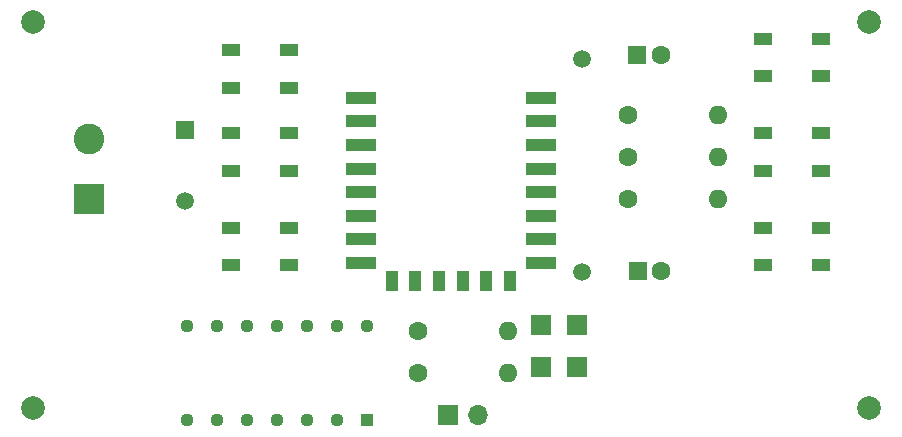
<source format=gbr>
%TF.GenerationSoftware,KiCad,Pcbnew,(6.0.0)*%
%TF.CreationDate,2022-04-27T16:55:33-04:00*%
%TF.ProjectId,ESP12SmallNightLight,45535031-3253-46d6-916c-6c4e69676874,rev?*%
%TF.SameCoordinates,Original*%
%TF.FileFunction,Soldermask,Bot*%
%TF.FilePolarity,Negative*%
%FSLAX46Y46*%
G04 Gerber Fmt 4.6, Leading zero omitted, Abs format (unit mm)*
G04 Created by KiCad (PCBNEW (6.0.0)) date 2022-04-27 16:55:33*
%MOMM*%
%LPD*%
G01*
G04 APERTURE LIST*
%ADD10C,2.000000*%
%ADD11C,1.600000*%
%ADD12O,1.600000X1.600000*%
%ADD13R,1.500000X1.500000*%
%ADD14C,1.500000*%
%ADD15R,1.600000X1.600000*%
%ADD16R,1.700000X1.700000*%
%ADD17O,1.700000X1.700000*%
%ADD18R,2.600000X2.600000*%
%ADD19C,2.600000*%
%ADD20R,1.130000X1.130000*%
%ADD21C,1.130000*%
%ADD22R,2.500000X1.000000*%
%ADD23R,1.000000X1.800000*%
%ADD24R,1.500000X1.000000*%
G04 APERTURE END LIST*
D10*
%TO.C,REF\u002A\u002A*%
X68780000Y-79700000D03*
%TD*%
D11*
%TO.C,R2*%
X101346000Y-73152000D03*
D12*
X108966000Y-73152000D03*
%TD*%
D11*
%TO.C,R3*%
X119126000Y-61976000D03*
D12*
X126746000Y-61976000D03*
%TD*%
D10*
%TO.C,REF\u002A\u002A*%
X68780000Y-47000000D03*
%TD*%
D11*
%TO.C,R1*%
X101346000Y-76708000D03*
D12*
X108966000Y-76708000D03*
%TD*%
D13*
%TO.C,PS1*%
X81609225Y-56124000D03*
D14*
X81609225Y-62124000D03*
X115209225Y-50124000D03*
X115209225Y-68124000D03*
%TD*%
D15*
%TO.C,C1*%
X119948888Y-68072000D03*
D11*
X121948888Y-68072000D03*
%TD*%
D15*
%TO.C,C2*%
X119888000Y-49784000D03*
D11*
X121888000Y-49784000D03*
%TD*%
D16*
%TO.C,J5*%
X103881000Y-80264000D03*
D17*
X106421000Y-80264000D03*
%TD*%
D11*
%TO.C,R5*%
X119126000Y-58420000D03*
D12*
X126746000Y-58420000D03*
%TD*%
D18*
%TO.C,J1*%
X73457000Y-61981000D03*
D19*
X73457000Y-56901000D03*
%TD*%
D10*
%TO.C,REF\u002A\u002A*%
X139500000Y-79700000D03*
%TD*%
D11*
%TO.C,R4*%
X119126000Y-54864000D03*
D12*
X126746000Y-54864000D03*
%TD*%
D10*
%TO.C,REF\u002A\u002A*%
X139500000Y-47000000D03*
%TD*%
D16*
%TO.C,J6*%
X111760000Y-72644000D03*
%TD*%
D20*
%TO.C,IC1*%
X97028000Y-80678000D03*
D21*
X94488000Y-80678000D03*
X91948000Y-80678000D03*
X89408000Y-80678000D03*
X86868000Y-80678000D03*
X84328000Y-80678000D03*
X81788000Y-80678000D03*
X81788000Y-72738000D03*
X84328000Y-72738000D03*
X86868000Y-72738000D03*
X89408000Y-72738000D03*
X91948000Y-72738000D03*
X94488000Y-72738000D03*
X97028000Y-72738000D03*
%TD*%
D22*
%TO.C,U1*%
X111740000Y-53396000D03*
X111740000Y-55396000D03*
X111740000Y-57396000D03*
X111740000Y-59396000D03*
X111740000Y-61396000D03*
X111740000Y-63396000D03*
X111740000Y-65396000D03*
X111740000Y-67396000D03*
D23*
X109140000Y-68896000D03*
X107140000Y-68896000D03*
X105140000Y-68896000D03*
X103140000Y-68896000D03*
X101140000Y-68896000D03*
X99140000Y-68896000D03*
D22*
X96540000Y-67396000D03*
X96540000Y-65396000D03*
X96540000Y-63396000D03*
X96540000Y-61396000D03*
X96540000Y-59396000D03*
X96540000Y-57396000D03*
X96540000Y-55396000D03*
X96540000Y-53396000D03*
%TD*%
D16*
%TO.C,J4*%
X114808000Y-76200000D03*
%TD*%
D24*
%TO.C,D1*%
X85550000Y-52600000D03*
X85550000Y-49400000D03*
X90450000Y-49400000D03*
X90450000Y-52600000D03*
%TD*%
%TO.C,D4*%
X130550000Y-51600000D03*
X130550000Y-48400000D03*
X135450000Y-48400000D03*
X135450000Y-51600000D03*
%TD*%
D16*
%TO.C,J3*%
X114808000Y-72644000D03*
%TD*%
D24*
%TO.C,D3*%
X85550000Y-67600000D03*
X85550000Y-64400000D03*
X90450000Y-64400000D03*
X90450000Y-67600000D03*
%TD*%
%TO.C,D5*%
X130550000Y-59600000D03*
X130550000Y-56400000D03*
X135450000Y-56400000D03*
X135450000Y-59600000D03*
%TD*%
D16*
%TO.C,J2*%
X111760000Y-76200000D03*
%TD*%
D24*
%TO.C,D2*%
X85550000Y-59600000D03*
X85550000Y-56400000D03*
X90450000Y-56400000D03*
X90450000Y-59600000D03*
%TD*%
%TO.C,D6*%
X130550000Y-67600000D03*
X130550000Y-64400000D03*
X135450000Y-64400000D03*
X135450000Y-67600000D03*
%TD*%
M02*

</source>
